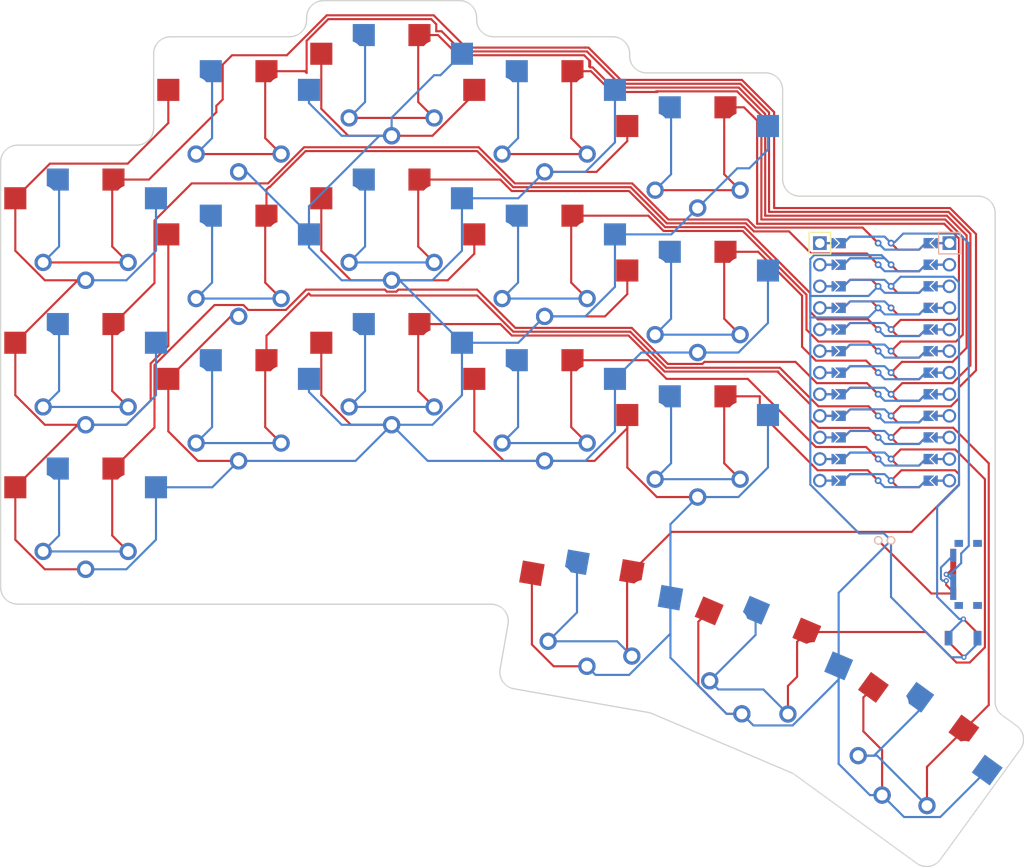
<source format=kicad_pcb>
(kicad_pcb (version 20211014) (generator pcbnew)
  (title_block (title "main") (rev "v1.0.0") (company "Unknown"))
  (layers (0 "F.Cu" signal) (31 "B.Cu" signal) (34 "B.Paste" user) (35 "F.Paste" user) (36 "B.SilkS" user "B.Silkscreen") (37 "F.SilkS" user "F.Silkscreen") (38 "B.Mask" user) (39 "F.Mask" user) (44 "Edge.Cuts" user))
  (net 0 "")
  (net 1 "P5")
  (net 2 "GND")
  (net 3 "P1")
  (net 4 "P15")
  (net 5 "P6")
  (net 6 "P0")
  (net 7 "P18")
  (net 8 "P7")
  (net 9 "P2")
  (net 10 "P19")
  (net 11 "P8")
  (net 12 "P3")
  (net 13 "P20")
  (net 14 "P9")
  (net 15 "P4")
  (net 16 "P21")
  (net 17 "P10")
  (net 18 "P16")
  (net 19 "P14")
  (net 20 "RAW")
  (net 21 "RST")
  (net 22 "VCC")
  (net 23 "pos")
  (footprint "lib:bat" (layer "F.Cu") (at 112 2.5 90)
    (fp_text reference "")
    (fp_text value "")
  )
  (footprint "PG1350" (layer "F.Cu") (at 115.171632 27.691963 -36)
    (fp_text reference "S36" hide)
    (fp_text value "" hide)
  )
  (footprint "VIA-0.6mm" (layer "F.Cu") (at 119.25 6.5)
    (fp_text reference "REF**" hide)
    (fp_text value "VIA-0.6mm" hide)
  )
  (footprint "PG1350" (layer "F.Cu") (at 36 -12.75 180)
    (fp_text reference "S7" hide)
    (fp_text value "" hide)
  )
  (footprint "PG1350" (layer "F.Cu") (at 90 -42.5)
    (fp_text reference "S30" hide)
    (fp_text value "" hide)
  )
  (footprint "PG1350" (layer "F.Cu") (at 18 -34)
    (fp_text reference "S6" hide)
    (fp_text value "" hide)
  )
  (footprint "PG1350" (layer "F.Cu") (at 18 -34 180)
    (fp_text reference "S5" hide)
    (fp_text value "" hide)
  )
  (footprint "PG1350" (layer "F.Cu") (at 18 0 180)
    (fp_text reference "S1" hide)
    (fp_text value "" hide)
  )
  (footprint "PG1350" (layer "F.Cu") (at 115.171632 27.691963 144)
    (fp_text reference "S35" hide)
    (fp_text value "" hide)
  )
  (footprint "PG1350" (layer "F.Cu") (at 54 -17)
    (fp_text reference "S14" hide)
    (fp_text value "" hide)
  )
  (footprint "PG1350" (layer "F.Cu") (at 54 -34)
    (fp_text reference "S16" hide)
    (fp_text value "" hide)
  )
  (footprint "PG1350" (layer "F.Cu") (at 36 -46.75)
    (fp_text reference "S12" hide)
    (fp_text value "" hide)
  )
  (footprint "PG1350" (layer "F.Cu") (at 18 -17 180)
    (fp_text reference "S3" hide)
    (fp_text value "" hide)
  )
  (footprint "PG1350" (layer "F.Cu") (at 72 -12.75)
    (fp_text reference "S20" hide)
    (fp_text value "" hide)
  )
  (footprint "PG1350" (layer "F.Cu") (at 78 11.5 170)
    (fp_text reference "S31" hide)
    (fp_text value "" hide)
  )
  (footprint "PG1350" (layer "F.Cu") (at 36 -12.75)
    (fp_text reference "S8" hide)
    (fp_text value "" hide)
  )
  (footprint "PG1350" (layer "F.Cu") (at 97.508237 17.478395 -23)
    (fp_text reference "S34" hide)
    (fp_text value "" hide)
  )
  (footprint "Button_Switch_SMD:SW_SPDT_PCM12" (layer "F.Cu") (at 121.5 6.5 90)
    (fp_text reference "")
    (fp_text value "")
  )
  (footprint "PG1350" (layer "F.Cu") (at 18 -17)
    (fp_text reference "S4" hide)
    (fp_text value "" hide)
  )
  (footprint "PG1350" (layer "F.Cu") (at 90 -42.5 180)
    (fp_text reference "S29" hide)
    (fp_text value "" hide)
  )
  (footprint "PG1350" (layer "F.Cu") (at 78 11.5 -10)
    (fp_text reference "S32" hide)
    (fp_text value "" hide)
  )
  (footprint "PG1350" (layer "F.Cu") (at 72 -29.75)
    (fp_text reference "S22" hide)
    (fp_text value "" hide)
  )
  (footprint "PG1350" (layer "F.Cu") (at 72 -46.75 180)
    (fp_text reference "S23" hide)
    (fp_text value "" hide)
  )
  (footprint "PG1350" (layer "F.Cu") (at 90 -8.5 180)
    (fp_text reference "S25" hide)
    (fp_text value "" hide)
  )
  (footprint "PG1350" (layer "F.Cu") (at 72 -46.75)
    (fp_text reference "S24" hide)
    (fp_text value "" hide)
  )
  (footprint "Button_Switch_SMD:SW_SPST_B3U-1000P" (layer "F.Cu") (at 121.229022 14)
    (fp_text reference "")
    (fp_text value "")
  )
  (footprint "PG1350" (layer "F.Cu") (at 36 -29.75)
    (fp_text reference "S10" hide)
    (fp_text value "" hide)
  )
  (footprint "VIA-0.6mm" (layer "F.Cu") (at 121.329022 16.25)
    (fp_text reference "REF**" hide)
    (fp_text value "VIA-0.6mm" hide)
  )
  (footprint "PG1350" (layer "F.Cu") (at 90 -25.5 180)
    (fp_text reference "S27" hide)
    (fp_text value "" hide)
  )
  (footprint "PG1350" (layer "F.Cu") (at 97.508237 17.478395 157)
    (fp_text reference "S33" hide)
    (fp_text value "" hide)
  )
  (footprint "PG1350" (layer "F.Cu") (at 54 -34 180)
    (fp_text reference "S15" hide)
    (fp_text value "" hide)
  )
  (footprint "PG1350" (layer "F.Cu") (at 90 -25.5)
    (fp_text reference "S28" hide)
    (fp_text value "" hide)
  )
  (footprint "PG1350" (layer "F.Cu") (at 36 -29.75 180)
    (fp_text reference "S9" hide)
    (fp_text value "" hide)
  )
  (footprint "ProMicro" (layer "F.Cu") (at 112 -18.5 -90)
    (fp_text reference "MCU1" hide)
    (fp_text value "")
  )
  (footprint "PG1350" (layer "F.Cu") (at 36 -46.75 180)
    (fp_text reference "S11" hide)
    (fp_text value "" hide)
  )
  (footprint "VIA-0.6mm" (layer "F.Cu") (at 119.25 7.25)
    (fp_text reference "REF**" hide)
    (fp_text value "VIA-0.6mm" hide)
  )
  (footprint "PG1350" (layer "F.Cu") (at 90 -8.5)
    (fp_text reference "S26" hide)
    (fp_text value "" hide)
  )
  (footprint "PG1350" (layer "F.Cu") (at 54 -51 180)
    (fp_text reference "S17" hide)
    (fp_text value "" hide)
  )
  (footprint "PG1350" (layer "F.Cu") (at 54 -51)
    (fp_text reference "S18" hide)
    (fp_text value "" hide)
  )
  (footprint "VIA-0.6mm" (layer "F.Cu") (at 121.270978 11.75)
    (fp_text reference "REF**" hide)
    (fp_text value "VIA-0.6mm" hide)
  )
  (footprint "PG1350" (layer "F.Cu") (at 72 -29.75 180)
    (fp_text reference "S21" hide)
    (fp_text value "" hide)
  )
  (footprint "PG1350" (layer "F.Cu") (at 54 -17 180)
    (fp_text reference "S13" hide)
    (fp_text value "" hide)
  )
  (footprint "PG1350" (layer "F.Cu") (at 72 -12.75 180)
    (fp_text reference "S19" hide)
    (fp_text value "" hide)
  )
  (footprint "PG1350" (layer "F.Cu") (at 18 0)
    (fp_text reference "S2" hide)
    (fp_text value "" hide)
  )
  (gr_line (start 8 8) (end 8 -42) (layer "Edge.Cuts") (width 0.15))
  (gr_line (start 125.82443 23.070993) (end 127.52162 24.304075) (layer "Edge.Cuts") (width 0.15))
  (gr_line (start 84.629407 22.87526) (end 101.014748 29.830424) (layer "Edge.Cuts") (width 0.15))
  (gr_arc (start 8 -42) (mid 8.585786 -43.414214) (end 10 -44) (layer "Edge.Cuts") (width 0.15))
  (gr_line (start 44 -58.75) (end 44 -59) (layer "Edge.Cuts") (width 0.15))
  (gr_arc (start 62 -61) (mid 63.414214 -60.414214) (end 64 -59) (layer "Edge.Cuts") (width 0.15))
  (gr_line (start 18 10.01) (end 65.724954 10.01) (layer "Edge.Cuts") (width 0.15))
  (gr_line (start 64 -59) (end 64 -58.75) (layer "Edge.Cuts") (width 0.15))
  (gr_line (start 82 -54.75) (end 82 -54.5) (layer "Edge.Cuts") (width 0.15))
  (gr_line (start 66 -56.75) (end 80 -56.75) (layer "Edge.Cuts") (width 0.15))
  (gr_line (start 101.408856 30.0534) (end 115.765915 40.484414) (layer "Edge.Cuts") (width 0.15))
  (gr_line (start 26 -46) (end 26 -54.75) (layer "Edge.Cuts") (width 0.15))
  (gr_arc (start 65.724954 10.010001) (mid 67.257042 10.724425) (end 67.694569 12.357296) (layer "Edge.Cuts") (width 0.15))
  (gr_line (start 118.55952 40.041951) (end 127.964084 27.097679) (layer "Edge.Cuts") (width 0.15))
  (gr_arc (start 127.52162 24.304075) (mid 128.321426 25.60924) (end 127.964084 27.097679) (layer "Edge.Cuts") (width 0.15))
  (gr_line (start 28 -56.75) (end 42 -56.75) (layer "Edge.Cuts") (width 0.15))
  (gr_arc (start 118.55952 40.041951) (mid 117.254355 40.841757) (end 115.765915 40.484414) (layer "Edge.Cuts") (width 0.15))
  (gr_arc (start 80 -56.75) (mid 81.414214 -56.164214) (end 82 -54.75) (layer "Edge.Cuts") (width 0.15))
  (gr_arc (start 26 -46) (mid 25.414214 -44.585786) (end 24 -44) (layer "Edge.Cuts") (width 0.15))
  (gr_arc (start 123 -38) (mid 124.414214 -37.414214) (end 125 -36) (layer "Edge.Cuts") (width 0.15))
  (gr_line (start 100 -40) (end 100 -50.5) (layer "Edge.Cuts") (width 0.15))
  (gr_arc (start 98 -52.5) (mid 99.414214 -51.914214) (end 100 -50.5) (layer "Edge.Cuts") (width 0.15))
  (gr_arc (start 125.82443 23.070993) (mid 125.217987 22.36094) (end 125 21.452959) (layer "Edge.Cuts") (width 0.15))
  (gr_line (start 18 10) (end 18 10.01) (layer "Edge.Cuts") (width 0.15))
  (gr_arc (start 66 -56.75) (mid 64.585786 -57.335786) (end 64 -58.75) (layer "Edge.Cuts") (width 0.15))
  (gr_line (start 84 -52.5) (end 98 -52.5) (layer "Edge.Cuts") (width 0.15))
  (gr_arc (start 101.014748 29.830424) (mid 101.218133 29.930722) (end 101.408856 30.0534) (layer "Edge.Cuts") (width 0.15))
  (gr_arc (start 84.195241 22.746654) (mid 84.415975 22.79863) (end 84.629407 22.87526) (layer "Edge.Cuts") (width 0.15))
  (gr_line (start 66.762737 17.64198) (end 67.694569 12.357296) (layer "Edge.Cuts") (width 0.15))
  (gr_arc (start 102 -38) (mid 100.585786 -38.585786) (end 100 -40) (layer "Edge.Cuts") (width 0.15))
  (gr_line (start 123 -38) (end 102 -38) (layer "Edge.Cuts") (width 0.15))
  (gr_arc (start 10 10) (mid 8.585786 9.414214) (end 8 8) (layer "Edge.Cuts") (width 0.15))
  (gr_arc (start 44 -59) (mid 44.585786 -60.414214) (end 46 -61) (layer "Edge.Cuts") (width 0.15))
  (gr_line (start 46 -61) (end 62 -61) (layer "Edge.Cuts") (width 0.15))
  (gr_line (start 68.385056 19.958892) (end 84.195241 22.746654) (layer "Edge.Cuts") (width 0.15))
  (gr_line (start 10 -44) (end 24 -44) (layer "Edge.Cuts") (width 0.15))
  (gr_line (start 18 10) (end 10 10) (layer "Edge.Cuts") (width 0.15))
  (gr_arc (start 26 -54.75) (mid 26.585786 -56.164214) (end 28 -56.75) (layer "Edge.Cuts") (width 0.15))
  (gr_arc (start 44 -58.75) (mid 43.414214 -57.335786) (end 42 -56.75) (layer "Edge.Cuts") (width 0.15))
  (gr_line (start 125 21.452959) (end 125 -36) (layer "Edge.Cuts") (width 0.15))
  (gr_arc (start 68.385056 19.958893) (mid 67.094048 19.13643) (end 66.762737 17.64198) (layer "Edge.Cuts") (width 0.15))
  (gr_arc (start 84 -52.5) (mid 82.585786 -53.085786) (end 82 -54.5) (layer "Edge.Cuts") (width 0.15))
  (segment (start 109.928 -16) (end 111.238 -14.69) (width 0.25) (layer "F.Cu") (net 1))
  (segment (start 33.166489 -25.190511) (end 36.555259 -25.190511) (width 0.25) (layer "F.Cu") (net 1))
  (segment (start 90.79577 -18.5) (end 101.5197 -18.5) (width 0.25) (layer "F.Cu") (net 1))
  (segment (start 53.444741 -26.759489) (end 54.555259 -26.759489) (width 0.25) (layer "F.Cu") (net 1))
  (segment (start 53.20423 -27) (end 53.444741 -26.759489) (width 0.25) (layer "F.Cu") (net 1))
  (segment (start 43.94577 -27) (end 53.20423 -27) (width 0.25) (layer "F.Cu") (net 1))
  (segment (start 21.275 -5.95) (end 26.100489 -10.775489) (width 0.25) (layer "F.Cu") (net 1))
  (segment (start 104.0197 -16) (end 109.928 -16) (width 0.25) (layer "F.Cu") (net 1))
  (segment (start 90.555259 -18.259489) (end 90.79577 -18.5) (width 0.25) (layer "F.Cu") (net 1))
  (segment (start 21.125479 -5.800479) (end 21.125479 1.925479) (width 0.25) (layer "F.Cu") (net 1))
  (segment (start 26.100489 -10.775489) (end 26.100489 -18.124511) (width 0.25) (layer "F.Cu") (net 1))
  (segment (start 26.100489 -18.124511) (end 33.166489 -25.190511) (width 0.25) (layer "F.Cu") (net 1))
  (segment (start 54.555259 -26.759489) (end 54.79577 -27) (width 0.25) (layer "F.Cu") (net 1))
  (segment (start 101.5197 -18.5) (end 104.0197 -16) (width 0.25) (layer "F.Cu") (net 1))
  (segment (start 21.125479 1.925479) (end 23 3.8) (width 0.25) (layer "F.Cu") (net 1))
  (segment (start 82.25 -22.5) (end 86.490511 -18.259489) (width 0.25) (layer "F.Cu") (net 1))
  (segment (start 36.555259 -25.190511) (end 37.136281 -24.609489) (width 0.25) (layer "F.Cu") (net 1))
  (segment (start 37.136281 -24.609489) (end 41.555259 -24.609489) (width 0.25) (layer "F.Cu") (net 1))
  (segment (start 64.05423 -27) (end 68.55423 -22.5) (width 0.25) (layer "F.Cu") (net 1))
  (segment (start 41.555259 -24.609489) (end 43.94577 -27) (width 0.25) (layer "F.Cu") (net 1))
  (segment (start 21.275 -5.95) (end 21.125479 -5.800479) (width 0.25) (layer "F.Cu") (net 1))
  (segment (start 86.490511 -18.259489) (end 90.555259 -18.259489) (width 0.25) (layer "F.Cu") (net 1))
  (segment (start 68.55423 -22.5) (end 82.25 -22.5) (width 0.25) (layer "F.Cu") (net 1))
  (segment (start 54.79577 -27) (end 64.05423 -27) (width 0.25) (layer "F.Cu") (net 1))
  (segment (start 14.874521 -5.800479) (end 14.874521 1.925479) (width 0.25) (layer "B.Cu") (net 1))
  (segment (start 14.725 -5.95) (end 14.874521 -5.800479) (width 0.25) (layer "B.Cu") (net 1))
  (segment (start 14.874521 1.925479) (end 13 3.8) (width 0.25) (layer "B.Cu") (net 1))
  (segment (start 23 3.8) (end 13 3.8) (width 0.25) (layer "B.Cu") (net 1))
  (segment (start 49.20423 -28.1) (end 54 -28.1) (width 0.25) (layer "F.Cu") (net 2))
  (segment (start 81.725 -46.25) (end 81.725 -44.475) (width 0.25) (layer "F.Cu") (net 2))
  (segment (start 9.725 -37.75) (end 9.725 -31.57923) (width 0.25) (layer "F.Cu") (net 2))
  (segment (start 9.725 2.42077) (end 13.20423 5.9) (width 0.25) (layer "F.Cu") (net 2))
  (segment (start 63.725 -10.32923) (end 67.20423 -6.85) (width 0.25) (layer "F.Cu") (net 2))
  (segment (start 70.501897 14.751897) (end 73.060366 17.310366) (width 0.25) (layer "F.Cu") (net 2))
  (segment (start 31.20423 -6.85) (end 36 -6.85) (width 0.25) (layer "F.Cu") (net 2))
  (segment (start 81.725 -29.25) (end 81.725 -26.475) (width 0.25) (layer "F.Cu") (net 2))
  (segment (start 81.725 -6.07923) (end 85.20423 -2.6) (width 0.25) (layer "F.Cu") (net 2))
  (segment (start 63.725 -50.02923) (end 63.725 -50.5) (width 0.25) (layer "F.Cu") (net 2))
  (segment (start 22.946535 -41.824521) (end 13.799521 -41.824521) (width 0.25) (layer "F.Cu") (net 2))
  (segment (start 73.060366 17.310366) (end 76.975476 17.310366) (width 0.25) (layer "F.Cu") (net 2))
  (segment (start 45.725 -54.75) (end 45.725 -48.275) (width 0.25) (layer "F.Cu") (net 2))
  (segment (start 81.725 -26.475) (end 79.1 -23.85) (width 0.25) (layer "F.Cu") (net 2))
  (segment (start 81.725 -44.475) (end 78.1 -40.85) (width 0.25) (layer "F.Cu") (net 2))
  (segment (start 18 -11.1) (end 17.075 -11.1) (width 0.25) (layer "F.Cu") (net 2))
  (segment (start 91.356301 10.793202) (end 90.080423 12.06908) (width 0.25) (layer "F.Cu") (net 2))
  (segment (start 27.725 -20.38474) (end 25.650969 -18.310709) (width 0.25) (layer "F.Cu") (net 2))
  (segment (start 70.501897 6.370032) (end 70.501897 14.751897) (width 0.25) (layer "F.Cu") (net 2))
  (segment (start 45.725 -37.75) (end 45.725 -31.57923) (width 0.25) (layer "F.Cu") (net 2))
  (segment (start 81.725 -12.25) (end 81.725 -6.07923) (width 0.25) (layer "F.Cu") (net 2))
  (segment (start 119.529022 14.45) (end 121.329022 16.25) (width 0.25) (layer "F.Cu") (net 2))
  (segment (start 9.725 -14.57923) (end 13.20423 -11.1) (width 0.25) (layer "F.Cu") (net 2))
  (segment (start 90.080423 12.06908) (end 90.080423 19.577917) (width 0.25) (layer "F.Cu") (net 2))
  (segment (start 45.725 -31.57923) (end 49.20423 -28.1) (width 0.25) (layer "F.Cu") (net 2))
  (segment (start 58.79577 -45.1) (end 63.725 -50.02923) (width 0.25) (layer "F.Cu") (net 2))
  (segment (start 17.075 -11.1) (end 9.725 -3.75) (width 0.25) (layer "F.Cu") (net 2))
  (segment (start 63.725 -16.5) (end 63.725 -10.32923) (width 0.25) (layer "F.Cu") (net 2))
  (segment (start 13.799521 -41.824521) (end 9.725 -37.75) (width 0.25) (layer "F.Cu") (net 2))
  (segment (start 111.703699 27.173812) (end 111.703699 32.465163) (width 0.25) (layer "F.Cu") (net 2))
  (segment (start 67.20423 -6.85) (end 72 -6.85) (width 0.25) (layer "F.Cu") (net 2))
  (segment (start 9.725 -20.75) (end 9.725 -14.57923) (width 0.25) (layer "F.Cu") (net 2))
  (segment (start 90.080423 19.577917) (end 93.41188 22.909374) (width 0.25) (layer "F.Cu") (net 2))
  (segment (start 77.875 -6.85) (end 72 -6.85) (width 0.25) (layer "F.Cu") (net 2))
  (segment (start 54 -45.1) (end 58.79577 -45.1) (width 0.25) (layer "F.Cu") (net 2))
  (segment (start 27.725 -16.5) (end 35.075 -23.85) (width 0.25) (layer "F.Cu") (net 2))
  (segment (start 9.725 -31.57923) (end 13.20423 -28.1) (width 0.25) (layer "F.Cu") (net 2))
  (segment (start 49.20423 -11.1) (end 54 -11.1) (width 0.25) (layer "F.Cu") (net 2))
  (segment (start 13.20423 -11.1) (end 18 -11.1) (width 0.25) (layer "F.Cu") (net 2))
  (segment (start 35.075 -23.85) (end 36 -23.85) (width 0.25) (layer "F.Cu") (net 2))
  (segment (start 17.075 -28.1) (end 18 -28.1) (width 0.25) (layer "F.Cu") (net 2))
  (segment (start 45.725 -20.75) (end 45.725 -14.57923) (width 0.25) (layer "F.Cu") (net 2))
  (segment (start 81.725 -12.25) (end 81.725 -10.7) (width 0.25) (layer "F.Cu") (net 2))
  (segment (start 93.41188 22.909374) (end 95.202923 22.909374) (width 0.25) (layer "F.Cu") (net 2))
  (segment (start 27.725 -46.602986) (end 22.946535 -41.824521) (width 0.25) (layer "F.Cu") (net 2))
  (segment (start 60.6 -28.1) (end 54 -28.1) (width 0.25) (layer "F.Cu") (net 2))
  (segment (start 85.20423 -2.6) (end 90 -2.6) (width 0.25) (layer "F.Cu") (net 2))
  (segment (start 27.725 -10.32923) (end 31.20423 -6.85) (width 0.25) (layer "F.Cu") (net 2))
  (segment (start 78.1 -40.85) (end 72 -40.85) (width 0.25) (layer "F.Cu") (net 2))
  (segment (start 109.496618 24.966731) (end 111.703699 27.173812) (width 0.25) (layer "F.Cu") (net 2))
  (segment (start 109.496618 20.978819) (end 109.496618 24.966731) (width 0.25) (layer "F.Cu") (net 2))
  (segment (start 27.725 -33.5) (end 27.725 -20.38474) (width 0.25) (layer "F.Cu") (net 2))
  (segment (start 45.725 -14.57923) (end 49.20423 -11.1) (width 0.25) (layer "F.Cu") (net 2))
  (segment (start 27.725 -50.5) (end 27.725 -46.602986) (width 0.25) (layer "F.Cu") (net 2))
  (segment (start 63.725 -33.5) (end 63.725 -31.225) (width 0.25) (layer "F.Cu") (net 2))
  (segment (start 9.725 -20.75) (end 17.075 -28.1) (width 0.25) (layer "F.Cu") (net 2))
  (segment (start 25.650969 -13.955199) (end 22.79577 -11.1) (width 0.25) (layer "F.Cu") (net 2))
  (segment (start 27.725 -16.5) (end 27.725 -10.32923) (width 0.25) (layer "F.Cu") (net 2))
  (segment (start 79.1 -23.85) (end 72 -23.85) (width 0.25) (layer "F.Cu") (net 2))
  (segment (start 81.725 -10.7) (end 77.875 -6.85) (width 0.25) (layer "F.Cu") (net 2))
  (segment (start 110.681211 19.794226) (end 109.496618 20.978819) (width 0.25) (layer "F.Cu") (net 2))
  (segment (start 63.725 -31.225) (end 60.6 -28.1) (width 0.25) (layer "F.Cu") (net 2))
  (segment (start 22.79577 -11.1) (end 18 -11.1) (width 0.25) (layer "F.Cu") (net 2))
  (segment (start 9.725 -3.75) (end 9.725 2.42077) (width 0.25) (layer "F.Cu") (net 2))
  (segment (start 25.650969 -18.310709) (end 25.650969 -13.955199) (width 0.25) (layer "F.Cu") (net 2))
  (segment (start 48.9 -45.1) (end 54 -45.1) (width 0.25) (layer "F.Cu") (net 2))
  (segment (start 45.725 -48.275) (end 48.9 -45.1) (width 0.25) (layer "F.Cu") (net 2))
  (segment (start 13.20423 5.9) (end 18 5.9) (width 0.25) (layer "F.Cu") (net 2))
  (segment (start 13.20423 -28.1) (end 18 -28.1) (width 0.25) (layer "F.Cu") (net 2))
  (segment (start 119.529022 14) (end 119.529022 14.45) (width 0.25) (layer "F.Cu") (net 2))
  (segment (start 26.275 -37.75) (end 26.275 -31.57923) (width 0.25) (layer "B.Cu") (net 2))
  (segment (start 101.181242 24.27048) (end 96.564029 24.27048) (width 0.25) (layer "B.Cu") (net 2))
  (segment (start 22.79577 -11.1) (end 26.275 -14.57923) (width 0.25) (layer "B.Cu") (net 2))
  (segment (start 94.674579 -41.274579) (end 96.075059 -41.274579) (width 0.25) (layer "B.Cu") (net 2))
  (segment (start 122.929022 14) (end 122.929022 14.65) (width 0.25) (layer "B.Cu") (net 2))
  (segment (start 118.546849 35.045665) (end 114.284201 35.045665) (width 0.25) (layer "B.Cu") (net 2))
  (segment (start 103.255489 -26.255489) (end 110.103489 -26.255489) (width 0.25) (layer "B.Cu") (net 2))
  (segment (start 44.275 -33.5) (end 44.275 -36.81184) (width 0.25) (layer "B.Cu") (net 2))
  (segment (start 108.995189 1.675489) (end 103.255489 -4.064211) (width 0.25) (layer "B.Cu") (net 2))
  (segment (start 83.375 -19.6) (end 80.275 -16.5) (width 0.25) (layer "B.Cu") (net 2))
  (segment (start 52.56316 -45.1) (end 54 -45.1) (width 0.25) (layer "B.Cu") (net 2))
  (segment (start 44.275 -50.5) (end 44.275 -48.95) (width 0.25) (layer "B.Cu") (net 2))
  (segment (start 80.275 -10.32923) (end 76.79577 -6.85) (width 0.25) (layer "B.Cu") (net 2))
  (segment (start 58.25 -6.85) (end 72 -6.85) (width 0.25) (layer "B.Cu") (net 2))
  (segment (start 86.800465 9.24391) (end 86.800465 0.599535) (width 0.25) (layer "B.Cu") (net 2))
  (segment (start 111.637489 -31.054511) (end 112.762 -29.93) (width 0.25) (layer "B.Cu") (net 2))
  (segment (start 98.275 -43.47452) (end 98.275 -46.25) (width 0.25) (layer "B.Cu") (net 2))
  (segment (start 62.275 -20.75) (end 68.9 -20.75) (width 0.25) (layer "B.Cu") (net 2))
  (segment (start 111.925489 1.675489) (end 108.995189 1.675489) (width 0.25) (layer "B.Cu") (net 2))
  (segment (start 49.75 -6.85) (end 54 -11.1) (width 0.25) (layer "B.Cu") (net 2))
  (segment (start 76.79577 -23.85) (end 80.275 -27.32923) (width 0.25) (layer "B.Cu") (net 2))
  (segment (start 103.255489 -26.255489) (end 103.255489 -30.600978) (width 0.25) (layer "B.Cu") (net 2))
  (segment (start 80.275 -50.5) (end 80.275 -44.32923) (width 0.25) (layer "B.Cu") (net 2))
  (segment (start 58.79577 -11.1) (end 54 -11.1) (width 0.25) (layer "B.Cu") (net 2))
  (segment (start 77.991475 18.326365) (end 76.975476 17.310366) (width 0.25) (layer "B.Cu") (net 2))
  (segment (start 86.800465 9.24391) (end 86.800465 13.469991) (width 0.25) (layer "B.Cu") (net 2))
  (segment (start 44.275 -36.81184) (end 52.56316 -45.1) (width 0.25) (layer "B.Cu") (net 2))
  (segment (start 94.79577 -2.6) (end 90 -2.6) (width 0.25) (layer "B.Cu") (net 2))
  (segment (start 124.070442 29.522072) (end 118.546849 35.045665) (width 0.25) (layer "B.Cu") (net 2))
  (segment (start 44.275 -33.5) (end 36.925 -40.85) (width 0.25) (layer "B.Cu") (net 2))
  (segment (start 98.275 -6.07923) (end 94.79577 -2.6) (width 0.25) (layer "B.Cu") (net 2))
  (segment (start 48.125 -28.1) (end 54 -28.1) (width 0.25) (layer "B.Cu") (net 2))
  (segment (start 98.275 -23.07923) (end 94.79577 -19.6) (width 0.25) (layer "B.Cu") (net 2))
  (segment (start 48.125 -11.1) (end 54 -11.1) (width 0.25) (layer "B.Cu") (net 2))
  (segment (start 48.125 -45.1) (end 54 -45.1) (width 0.25) (layer "B.Cu") (net 2))
  (segment (start 122.929022 14.65) (end 121.329022 16.25) (width 0.25) (layer "B.Cu") (net 2))
  (segment (start 22.79577 -28.1) (end 18 -28.1) (width 0.25) (layer "B.Cu") (net 2))
  (segment (start 58.79577 -28.1) (end 54 -28.1) (width 0.25) (layer "B.Cu") (net 2))
  (segment (start 76.79577 -6.85) (end 72 -6.85) (width 0.25) (layer "B.Cu") (net 2))
  (segment (start 26.275 -14.57923) (end 26.275 -20.75) (width 0.25) (layer "B.Cu") (net 2))
  (segment (start 112.75 9.17) (end 119.83 16.25) (width 0.25) (layer "B.Cu") (net 2))
  (segment (start 106.590656 18.861066) (end 101.181242 24.27048) (width 0.25) (layer "B.Cu") (net 2))
  (segment (start 103.285489 -23.725489) (end 110.113489 -23.725489) (width 0.25) (layer "B.Cu") (net 2))
  (segment (start 62.275 -20.75) (end 62.275 -14.57923) (width 0.25) (layer "B.Cu") (net 2))
  (segment (start 106.590656 17.259802) (end 106.590656 18.861066) (width 0.25) (layer "B.Cu") (net 2))
  (segment (start 86.800465 13.469991) (end 81.944091 18.326365) (width 0.25) (layer "B.Cu") (net 2))
  (segment (start 62.275 -31.57923) (end 58.79577 -28.1) (width 0.25) (layer "B.Cu") (net 2))
  (segment (start 110.103489 -26.255489) (end 111.238 -27.39) (width 0.25) (layer "B.Cu") (net 2))
  (segment (start 76.79577 -40.85) (end 72 -40.85) (width 0.25) (layer "B.Cu") (net 2))
  (segment (start 81.944091 18.326365) (end 77.991475 18.326365) (width 0.25) (layer "B.Cu") (net 2))
  (segment (start 103.255489 -23.755489) (end 103.285489 -23.725489) (width 0.25) (layer "B.Cu") (net 2))
  (segment (start 62.275 -37.75) (end 68.9 -37.75) (width 0.25) (layer "B.Cu") (net 2))
  (segment (start 106.590656 17.259802) (end 106.590656 28.78896) (width 0.25) (layer "B.Cu") (net 2))
  (segment (start 62.275 -54.75) (end 59.750421 -52.225421) (width 0.25) (layer "B.Cu") (net 2))
  (segment (start 18 -11.1) (end 22.79577 -11.1) (width 0.25) (layer "B.Cu") (net 2))
  (segment (start 68.9 -20.75) (end 72 -23.85) (width 0.25) (layer "B.Cu") (net 2))
  (segment (start 62.275 -37.75) (end 62.275 -31.57923) (width 0.25) (layer "B.Cu") (net 2))
  (segment (start 26.275 -31.57923) (end 22.79577 -28.1) (width 0.25) (layer "B.Cu") (net 2))
  (segment (start 103.255489 -4.064211) (end 103.255489 -23.755489) (width 0.25) (layer "B.Cu") (net 2))
  (segment (start 106.590656 28.78896) (end 110.266859 32.465163) (width 0.25) (layer "B.Cu") (net 2))
  (segment (start 94.79577 -19.6) (end 90 -19.6) (width 0.25) (layer "B.Cu") (net 2))
  (segment (start 112.75 2.5) (end 111.925489 1.675489) (width 0.25) (layer "B.Cu") (net 2))
  (segment (start 96.075059 -41.274579) (end 98.275 -43.47452) (width 0.25) (layer "B.Cu") (net 2))
  (segment (start 98.275 -29.25) (end 98.275 -23.07923) (width 0.25) (layer "B.Cu") (net 2))
  (segment (start 54 -11.1) (end 58.25 -6.85) (width 0.25) (layer "B.Cu") (net 2))
  (segment (start 103.255489 -23.755489) (end 103.255489 -26.255489) (width 0.25) (layer "B.Cu") (net 2))
  (segment (start 36.925 -40.85) (end 36 -40.85) (width 0.25) (layer "B.Cu") (net 2))
  (segment (start 86.800465 16.297959) (end 93.41188 22.909374) (width 0.25) (layer "B.Cu") (net 2))
  (segment (start 44.275 -16.5) (end 44.275 -14.95) (width 0.25) (layer "B.Cu") (net 2))
  (segment (start 54 -47.233008) (end 54 -45.1) (width 0.25) (layer "B.Cu") (net 2))
  (segment (start 80.275 -27.32923) (end 80.275 -33.5) (width 0.25) (layer "B.Cu") (net 2))
  (segment (start 32.9 -3.75) (end 36 -6.85) (width 0.25) (layer "B.Cu") (net 2))
  (segment (start 119.83 16.25) (end 121.329022 16.25) (width 0.25) (layer "B.Cu") (net 2))
  (segment (start 26.275 -3.75) (end 26.275 2.42077) (width 0.25) (layer "B.Cu") (net 2))
  (segment (start 44.275 -31.95) (end 48.125 -28.1) (width 0.25) (layer "B.Cu") (net 2))
  (segment (start 59.750421 -52.225421) (end 58.992413 -52.225421) (width 0.25) (layer "B.Cu") (net 2))
  (segment (start 103.709022 -31.054511) (end 111.637489 -31.054511) (width 0.25) (layer "B.Cu") (net 2))
  (segment (start 62.275 -20.75) (end 54.925 -28.1) (width 0.25) (layer "B.Cu") (net 2))
  (segment (start 112.75 2.5) (end 112.75 9.17) (width 0.25) (layer "B.Cu") (net 2))
  (segment (start 86.800465 0.599535) (end 90 -2.6) (width 0.25) (layer "B.Cu") (net 2))
  (segment (start 44.275 -33.5) (end 44.275 -31.95) (width 0.25) (layer "B.Cu") (net 2))
  (segment (start 80.275 -16.5) (end 80.275 -10.32923) (width 0.25) (layer "B.Cu") (net 2))
  (segment (start 110.266859 32.465163) (end 111.703699 32.465163) (width 0.25) (layer "B.Cu") (net 2))
  (segment (start 114.284201 35.045665) (end 111.703699 32.465163) (width 0.25) (layer "B.Cu") (net 2))
  (segment (start 106.590656 8.659344) (end 112.75 2.5) (width 0.25) (layer "B.Cu") (net 2))
  (segment (start 106.590656 17.259802) (end 106.590656 8.659344) (width 0.25) (layer "B.Cu") (net 2))
  (segment (start 68.9 -37.75) (end 72 -40.85) (width 0.25) (layer "B.Cu") (net 2))
  (segment (start 26.275 2.42077) (end 22.79577 5.9) (width 0.25) (layer "B.Cu") (net 2))
  (segment (start 122.75 14) (end 122.929022 14) (width 0.25) (layer "B.Cu") (net 2))
  (segment (start 90 -36.6) (end 94.674579 -41.274579) (width 0.25) (layer "B.Cu") (net 2))
  (segment (start 98.275 -12.25) (end 98.275 -6.07923) (width 0.25) (layer "B.Cu") (net 2))
  (segment (start 86.800465 9.24391) (end 86.800465 16.297959) (width 0.25) (layer "B.Cu") (net 2))
  (segment (start 80.275 -33.5) (end 86.9 -33.5) (width 0.25) (layer "B.Cu") (net 2))
  (segment (start 58.992413 -52.225421) (end 54 -47.233008) (width 0.25) (layer "B.Cu") (net 2))
  (segment (start 62.275 -14.57923) (end 58.79577 -11.1) (width 0.25) (layer "B.Cu") (net 2))
  (segment (start 96.564029 24.27048) (end 95.202923 22.909374) (width 0.25) (layer "B.Cu") (net 2))
  (segment (start 36 -6.85) (end 49.75 -6.85) (width 0.25) (layer "B.Cu") (net 2))
  (segment (start 72 -23.85) (end 76.79577 -23.85) (width 0.25) (layer "B.Cu") (net 2))
  (segment (start 110.113489 -23.725489) (end 111.238 -24.85) (width 0.25) (layer "B.Cu") (net 2))
  (segment (start 90 -19.6) (end 83.375 -19.6) (width 0.25) (layer "B.Cu") (net 2))
  (segment (start 86.9 -33.5) (end 90 -36.6) (width 0.25) (layer "B.Cu") (net 2))
  (segment (start 93.41188 22.909374) (end 95.202923 22.909374) (width 0.25) (layer "B.Cu") (net 2))
  (segment (start 22.79577 5.9) (end 18 5.9) (width 0.25) (layer "B.Cu") (net 2))
  (segment (start 80.275 -44.32923) (end 76.79577 -40.85) (width 0.25) (layer "B.Cu") (net 2))
  (segment (start 54.925 -28.1) (end 54 -28.1) (width 0.25) (layer "B.Cu") (net 2))
  (segment (start 103.255489 -30.600978) (end 103.709022 -31.054511) (width 0.25) (layer "B.Cu") (net 2))
  (segment (start 44.275 -14.95) (end 48.125 -11.1) (width 0.25) (layer "B.Cu") (net 2))
  (segment (start 26.275 -3.75) (end 32.9 -3.75) (width 0.25) (layer "B.Cu") (net 2))
  (segment (start 44.275 -48.95) (end 48.125 -45.1) (width 0.25) (layer "B.Cu") (net 2))
  (segment (start 64.25 -43.75) (end 68.5 -39.5) (width 0.25) (layer "F.Cu") (net 3))
  (segment (start 30.475978 -39.5) (end 39.44577 -39.5) (width 0.25) (layer "F.Cu") (net 3))
  (segment (start 21.275 -22.95) (end 21.125479 -22.800479) (width 0.25) (layer "F.Cu") (net 3))
  (segment (start 21.125479 -22.800479) (end 21.125479 -15.074521) (width 0.25) (layer "F.Cu") (net 3))
  (segment (start 26.100489 -27.775489) (end 26.100489 -35.124511) (width 0.25) (layer "F.Cu") (net 3))
  (segment (start 26.100489 -35.124511) (end 30.475978 -39.5) (width 0.25) (layer "F.Cu") (net 3))
  (segment (start 21.125479 -15.074521) (end 23 -13.2) (width 0.25) (layer "F.Cu") (net 3))
  (segment (start 39.44577 -39.5) (end 43.69577 -43.75) (width 0.25) (layer "F.Cu") (net 3))
  (segment (start 82.30423 -39.5) (end 86.55423 -35.25) (width 0.25) (layer "F.Cu") (net 3))
  (segment (start 86.55423 -35.25) (end 95.864283 -35.25) (width 0.25) (layer "F.Cu") (net 3))
  (segment (start 96.813803 -34.30048) (end 109.40752 -34.30048) (width 0.25) (layer "F.Cu") (net 3))
  (segment (start 68.5 -39.5) (end 82.30423 -39.5) (width 0.25) (layer "F.Cu") (net 3))
  (segment (start 43.69577 -43.75) (end 64.25 -43.75) (width 0.25) (layer "F.Cu") (net 3))
  (segment (start 109.40752 -34.30048) (end 111.238 -32.47) (width 0.25) (layer "F.Cu") (net 3))
  (segment (start 95.864283 -35.25) (end 96.813803 -34.30048) (width 0.25) (layer "F.Cu") (net 3))
  (segment (start 21.275 -22.95) (end 26.100489 -27.775489) (width 0.25) (layer "F.Cu") (net 3))
  (segment (start 14.874521 -15.074521) (end 13 -13.2) (width 0.25) (layer "B.Cu") (net 3))
  (segment (start 14.874521 -22.800479) (end 14.874521 -15.074521) (width 0.25) (layer "B.Cu") (net 3))
  (segment (start 23 -13.2) (end 13 -13.2) (width 0.25) (layer "B.Cu") (net 3))
  (segment (start 14.725 -22.95) (end 14.874521 -22.800479) (width 0.25) (layer "B.Cu") (net 3))
  (segment (start 119.794811 -13.274511) (end 113.886511 -13.274511) (width 0.25) (layer "F.Cu") (net 4))
  (segment (start 25.45 -39.95) (end 33.375479 -47.875479) (width 0.25) (layer "F.Cu") (net 4))
  (segment (start 99 -47.881174) (end 99 -36.59856) (width 0.25) (layer "F.Cu") (net 4))
  (segment (start 120.744511 -14.224211) (end 119.794811 -13.274511) (width 0.25) (layer "F.Cu") (net 4))
  (segment (start 95.208093 -51.673081) (end 99 -47.881174) (width 0.25) (layer "F.Cu") (net 4))
  (segment (start 21.275 -39.95) (end 25.45 -39.95) (width 0.25) (layer "F.Cu") (net 4))
  (segment (start 122.75 -33.542868) (end 122.75 -17.5) (width 0.25) (layer "F.Cu") (net 4))
  (segment (start 99 -36.59856) (end 119.694308 -36.59856) (width 0.25) (layer "F.Cu") (net 4))
  (segment (start 119.694308 -36.59856) (end 122.75 -33.542868) (width 0.25) (layer "F.Cu") (net 4))
  (segment (start 21.275 -39.95) (end 21.125479 -39.800479) (width 0.25) (layer "F.Cu") (net 4))
  (segment (start 113.886511 -13.274511) (end 112.762 -12.15) (width 0.25) (layer "F.Cu") (net 4))
  (segment (start 76.75 -55.473561) (end 76.75 -55.5) (width 0.25) (layer "F.Cu") (net 4))
  (segment (start 120.744511 -15.494511) (end 120.744511 -14.224211) (width 0.25) (layer "F.Cu") (net 4))
  (segment (start 58.94952 -59.274041) (end 62.75 -55.473561) (width 0.25) (layer "F.Cu") (net 4))
  (segment (start 33.375479 -48.625479) (end 34.125479 -49.375479) (width 0.25) (layer "F.Cu") (net 4))
  (segment (start 21.125479 -32.074521) (end 23 -30.2) (width 0.25) (layer "F.Cu") (net 4))
  (segment (start 122.75 -17.5) (end 120.744511 -15.494511) (width 0.25) (layer "F.Cu") (net 4))
  (segment (start 77.162156 -55.473561) (end 80.962636 -51.673081) (width 0.25) (layer "F.Cu") (net 4))
  (segment (start 76.75 -55.473561) (end 77.162156 -55.473561) (width 0.25) (layer "F.Cu") (net 4))
  (segment (start 41.664781 -54.574521) (end 46.364302 -59.274041) (width 0.25) (layer "F.Cu") (net 4))
  (segment (start 62.75 -55.473561) (end 76.75 -55.473561) (width 0.25) (layer "F.Cu") (net 4))
  (segment (start 21.125479 -39.800479) (end 21.125479 -32.074521) (width 0.25) (layer "F.Cu") (net 4))
  (segment (start 34.125479 -53.476453) (end 35.223547 -54.574521) (width 0.25) (layer "F.Cu") (net 4))
  (segment (start 13 -30.2) (end 23 -30.2) (width 0.25) (layer "F.Cu") (net 4))
  (segment (start 46.364302 -59.274041) (end 58.94952 -59.274041) (width 0.25) (layer "F.Cu") (net 4))
  (segment (start 80.962636 -51.673081) (end 95.208093 -51.673081) (width 0.25) (layer "F.Cu") (net 4))
  (segment (start 35.223547 -54.574521) (end 41.664781 -54.574521) (width 0.25) (layer "F.Cu") (net 4))
  (segment (start 34.125479 -49.375479) (end 34.125479 -53.476453) (width 0.25) (layer "F.Cu") (net 4))
  (segment (start 33.375479 -47.875479) (end 33.375479 -48.625479) (width 0.25) (layer "F.Cu") (net 4))
  (segment (start 14.874521 -39.800479) (end 14.874521 -32.074521) (width 0.25) (layer "B.Cu") (net 4))
  (segment (start 14.874521 -32.074521) (end 13 -30.2) (width 0.25) (layer "B.Cu") (net 4))
  (segment (start 14.725 -39.95) (end 14.874521 -39.800479) (width 0.25) (layer "B.Cu") (net 4))
  (segment (start 99.669731 -17.809969) (end 104.205189 -13.274511) (width 0.25) (layer "F.Cu") (net 5))
  (segment (start 104.205189 -13.274511) (end 110.113489 -13.274511) (width 0.25) (layer "F.Cu") (net 5))
  (segment (start 86.304314 -17.809969) (end 99.669731 -17.809969) (width 0.25) (layer "F.Cu") (net 5))
  (segment (start 44.490511 -26.309969) (end 64.059969 -26.309969) (width 0.25) (layer "F.Cu") (net 5))
  (segment (start 110.113489 -13.274511) (end 111.238 -12.15) (width 0.25) (layer "F.Cu") (net 5))
  (segment (start 39.125479 -18.550479) (end 39.125479 -10.824521) (width 0.25) (layer "F.Cu") (net 5))
  (segment (start 39.125479 -10.824521) (end 41 -8.95) (width 0.25) (layer "F.Cu") (net 5))
  (segment (start 64.059969 -26.309969) (end 68.319458 -22.05048) (width 0.25) (layer "F.Cu") (net 5))
  (segment (start 44.25 -26.55048) (end 44.490511 -26.309969) (width 0.25) (layer "F.Cu") (net 5))
  (segment (start 39.275 -18.7) (end 39.275 -21.57548) (width 0.25) (layer "F.Cu") (net 5))
  (segment (start 39.275 -21.57548) (end 44.25 -26.55048) (width 0.25) (layer "F.Cu") (net 5))
  (segment (start 82.063802 -22.05048) (end 86.304314 -17.809969) (width 0.25) (layer "F.Cu") (net 5))
  (segment (start 68.319458 -22.05048) (end 82.063802 -22.05048) (width 0.25) (layer "F.Cu") (net 5))
  (segment (start 39.275 -18.7) (end 39.125479 -18.550479) (width 0.25) (layer "F.Cu") (net 5))
  (segment (start 32.874521 -18.550479) (end 32.874521 -10.824521) (width 0.25) (layer "B.Cu") (net 5))
  (segment (start 32.874521 -10.824521) (end 31 -8.95) (width 0.25) (layer "B.Cu") (net 5))
  (segment (start 32.725 -18.7) (end 32.874521 -18.550479) (width 0.25) (layer "B.Cu") (net 5))
  (segment (start 41 -8.95) (end 31 -8.95) (width 0.25) (layer "B.Cu") (net 5))
  (segment (start 86.368033 -34.80048) (end 95.678085 -34.80048) (width 0.25) (layer "F.Cu") (net 6))
  (segment (start 82.118033 -39.05048) (end 86.368033 -34.80048) (width 0.25) (layer "F.Cu") (net 6))
  (segment (start 95.678085 -34.80048) (end 96.627606 -33.85096) (width 0.25) (layer "F.Cu") (net 6))
  (segment (start 39.55048 -39.05048) (end 39.631968 -39.05048) (width 0.25) (layer "F.Cu") (net 6))
  (segment (start 68.313803 -39.05048) (end 82.118033 -39.05048) (width 0.25) (layer "F.Cu") (net 6))
  (segment (start 39.275 -35.7) (end 39.275 -38.775) (width 0.25) (layer "F.Cu") (net 6))
  (segment (start 39.125479 -27.824521) (end 41 -25.95) (width 0.25) (layer "F.Cu") (net 6))
  (segment (start 64.063802 -43.30048) (end 68.313803 -39.05048) (width 0.25) (layer "F.Cu") (net 6))
  (segment (start 109.918 -31.25) (end 111.238 -29.93) (width 0.25) (layer "F.Cu") (net 6))
  (segment (start 43.881968 -43.30048) (end 64.063802 -43.30048) (width 0.25) (layer "F.Cu") (net 6))
  (segment (start 96.627606 -33.85096) (end 100.750018 -33.85096) (width 0.25) (layer "F.Cu") (net 6))
  (segment (start 39.631968 -39.05048) (end 43.881968 -43.30048) (width 0.25) (layer "F.Cu") (net 6))
  (segment (start 103.350978 -31.25) (end 109.918 -31.25) (width 0.25) (layer "F.Cu") (net 6))
  (segment (start 39.275 -35.7) (end 39.125479 -35.550479) (width 0.25) (layer "F.Cu") (net 6))
  (segment (start 39.275 -38.775) (end 39.55048 -39.05048) (width 0.25) (layer "F.Cu") (net 6))
  (segment (start 39.125479 -35.550479) (end 39.125479 -27.824521) (width 0.25) (layer "F.Cu") (net 6))
  (segment (start 100.750018 -33.85096) (end 103.350978 -31.25) (width 0.25) (layer "F.Cu") (net 6))
  (segment (start 32.874521 -35.550479) (end 32.874521 -27.824521) (width 0.25) (layer "B.Cu") (net 6))
  (segment (start 32.725 -35.7) (end 32.874521 -35.550479) (width 0.25) (layer "B.Cu") (net 6))
  (segment (start 32.874521 -27.824521) (end 31 -25.95) (width 0.25) (layer "B.Cu") (net 6))
  (segment (start 41 -25.95) (end 31 -25.95) (width 0.25) (layer "B.Cu") (net 6))
  (segment (start 39.125479 -44.824521) (end 41 -42.95) (width 0.25) (layer "F.Cu") (net 7))
  (segment (start 59.25 -57.39952) (end 59.25 -58.224022) (width 0.25) (layer "F.Cu") (net 7))
  (segment (start 44 -52.5) (end 43.8 -52.7) (width 0.25) (layer "F.Cu") (net 7))
  (segment (start 39.125479 -52.550479) (end 39.125479 -44.824521) (width 0.25) (layer "F.Cu") (net 7))
  (segment (start 44 -56.274022) (end 44 -52.5) (width 0.25) (layer "F.Cu") (net 7))
  (segment (start 122.093071 -18.093071) (end 122.093071 -33.564081) (width 0.25) (layer "F.Cu") (net 7))
  (segment (start 122.093071 -33.564081) (end 119.508112 -36.14904) (width 0.25) (layer "F.Cu") (net 7))
  (segment (start 59.25 -58.224022) (end 58.649501 -58.824521) (width 0.25) (layer "F.Cu") (net 7))
  (segment (start 31 -42.95) (end 41 -42.95) (width 0.25) (layer "F.Cu") (net 7))
  (segment (start 39.275 -52.7) (end 39.125479 -52.550479) (width 0.25) (layer "F.Cu") (net 7))
  (segment (start 80.776439 -51.223561) (end 76.975959 -55.024041) (width 0.25) (layer "F.Cu") (net 7))
  (segment (start 62.25 -55.024041) (end 59.874521 -57.39952) (width 0.25) (layer "F.Cu") (net 7))
  (segment (start 43.8 -52.7) (end 39.275 -52.7) (width 0.25) (layer "F.Cu") (net 7))
  (segment (start 95.021895 -51.223561) (end 80.776439 -51.223561) (width 0.25) (layer "F.Cu") (net 7))
  (segment (start 114.072 -16) (end 120 -16) (width 0.25) (layer "F.Cu") (net 7))
  (segment (start 120 -16) (end 122.093071 -18.093071) (width 0.25) (layer "F.Cu") (net 7))
  (segment (start 98.39904 -36.14904) (end 98.39904 -47.846416) (width 0.25) (layer "F.Cu") (net 7))
  (segment (start 59.874521 -57.39952) (end 59.25 -57.39952) (width 0.25) (layer "F.Cu") (net 7))
  (segment (start 112.762 -14.69) (end 114.072 -16) (width 0.25) (layer "F.Cu") (net 7))
  (segment (start 76.975959 -55.024041) (end 62.25 -55.024041) (width 0.25) (layer "F.Cu") (net 7))
  (segment (start 119.508112 -36.14904) (end 98.39904 -36.14904) (width 0.25) (layer "F.Cu") (net 7))
  (segment (start 98.39904 -47.846416) (end 95.021895 -51.223561) (width 0.25) (layer "F.Cu") (net 7))
  (segment (start 46.550499 -58.824521) (end 44 -56.274022) (width 0.25) (layer "F.Cu") (net 7))
  (segment (start 58.649501 -58.824521) (end 46.550499 -58.824521) (width 0.25) (layer "F.Cu") (net 7))
  (segment (start 32.874521 -52.550479) (end 32.874521 -44.824521) (width 0.25) (layer "B.Cu") (net 7))
  (segment (start 32.874521 -44.824521) (end 31 -42.95) (width 0.25) (layer "B.Cu") (net 7))
  (segment (start 32.725 -52.7) (end 32.874521 -52.550479) (width 0.25) (layer "B.Cu") (net 7))
  (segment (start 68.133261 -21.60096) (end 81.877604 -21.60096) (width 0.25) (layer "F.Cu") (net 8))
  (segment (start 103.255489 -13.494511) (end 103.255489 -11.684211) (width 0.25) (layer "F.Cu") (net 8))
  (segment (start 99.483533 -17.266467) (end 103.255489 -13.494511) (width 0.25) (layer "F.Cu") (net 8))
  (segment (start 57.275 -22.95) (end 57.125479 -22.800479) (width 0.25) (layer "F.Cu") (net 8))
  (segment (start 103.255489 -11.684211) (end 104.205189 -10.734511) (width 0.25) (layer "F.Cu") (net 8))
  (segment (start 66.784221 -22.95) (end 68.133261 -21.60096) (width 0.25) (layer "F.Cu") (net 8))
  (segment (start 99.483533 -17.360449) (end 99.483533 -17.266467) (width 0.25) (layer "F.Cu") (net 8))
  (segment (start 104.205189 -10.734511) (end 110.113489 -10.734511) (width 0.25) (layer "F.Cu") (net 8))
  (segment (start 57.125479 -15.074521) (end 59 -13.2) (width 0.25) (layer "F.Cu") (net 8))
  (segment (start 86.118117 -17.360449) (end 99.483533 -17.360449) (width 0.25) (layer "F.Cu") (net 8))
  (segment (start 57.125479 -22.800479) (end 57.125479 -15.074521) (width 0.25) (layer "F.Cu") (net 8))
  (segment (start 57.275 -22.95) (end 66.784221 -22.95) (width 0.25) (layer "F.Cu") (net 8))
  (segment (start 110.113489 -10.734511) (end 111.238 -9.61) (width 0.25) (layer "F.Cu") (net 8))
  (segment (start 81.877604 -21.60096) (end 86.118117 -17.360449) (width 0.25) (layer "F.Cu") (net 8))
  (segment (start 50.874521 -15.074521) (end 49 -13.2) (width 0.25) (layer "B.Cu") (net 8))
  (segment (start 50.725 -22.95) (end 50.874521 -22.800479) (width 0.25) (layer "B.Cu") (net 8))
  (segment (start 59 -13.2) (end 49 -13.2) (width 0.25) (layer "B.Cu") (net 8))
  (segment (start 50.874521 -22.800479) (end 50.874521 -15.074521) (width 0.25) (layer "B.Cu") (net 8))
  (segment (start 66.778566 -39.95) (end 68.127606 -38.60096) (width 0.25) (layer "F.Cu") (net 9))
  (segment (start 57.125479 -32.074521) (end 59 -30.2) (width 0.25) (layer "F.Cu") (net 9))
  (segment (start 95.491888 -34.35096) (end 103.255489 -26.587359) (width 0.25) (layer "F.Cu") (net 9))
  (segment (start 57.125479 -39.800479) (end 57.125479 -32.074521) (width 0.25) (layer "F.Cu") (net 9))
  (segment (start 104.1397 -23.5) (end 110.048 -23.5) (width 0.25) (layer "F.Cu") (net 9))
  (segment (start 103.255489 -26.587359) (end 103.255489 -24.384211) (width 0.25) (layer "F.Cu") (net 9))
  (segment (start 57.275 -39.95) (end 66.778566 -39.95) (width 0.25) (layer "F.Cu") (net 9))
  (segment (start 68.127606 -38.60096) (end 81.931835 -38.60096) (width 0.25) (layer "F.Cu") (net 9))
  (segment (start 57.275 -39.95) (end 57.125479 -39.800479) (width 0.25) (layer "F.Cu") (net 9))
  (segment (start 81.931835 -38.60096) (end 86.181836 -34.35096) (width 0.25) (layer "F.Cu") (net 9))
  (segment (start 103.255489 -24.384211) (end 104.1397 -23.5) (width 0.25) (layer "F.Cu") (net 9))
  (segment (start 86.181836 -34.35096) (end 95.491888 -34.35096) (width 0.25) (layer "F.Cu") (net 9))
  (segment (start 110.048 -23.5) (end 111.238 -22.31) (width 0.25) (layer "F.Cu") (net 9))
  (segment (start 59 -30.2) (end 49 -30.2) (width 0.25) (layer "B.Cu") (net 9))
  (segment (start 50.874521 -32.074521) (end 49 -30.2) (width 0.25) (layer "B.Cu") (net 9))
  (segment (start 50.725 -39.95) (end 50.874521 -39.800479) (width 0.25) (layer "B.Cu") (net 9))
  (segment (start 50.874521 -39.800479) (end 50.874521 -32.074521) (width 0.25) (layer "B.Cu") (net 9))
  (segment (start 94.835698 -50.774041) (end 97.94952 -47.660219) (width 0.25) (layer "F.Cu") (net 10))
  (segment (start 97.94952 -35.69952) (end 119.321914 -35.69952) (width 0.25) (layer "F.Cu") (net 10))
  (segment (start 57.125479 -49.074521) (end 59 -47.2) (width 0.25) (layer "F.Cu") (net 10))
  (segment (start 120 -18.5) (end 114.032 -18.5) (width 0.25) (layer "F.Cu") (net 10))
  (segment (start 61.826453 -54.574521) (end 76.649501 -54.574521) (width 0.25) (layer "F.Cu") (net 10))
  (segment (start 77.35048 -53.873542) (end 77.35048 -53.14952) (width 0.25) (layer "F.Cu") (net 10))
  (segment (start 121.643551 -20.143551) (end 120 -18.5) (width 0.25) (layer "F.Cu") (net 10))
  (segment (start 57.275 -56.95) (end 57.125479 -56.800479) (width 0.25) (layer "F.Cu") (net 10))
  (segment (start 80.012651 -50.774041) (end 94.835698 -50.774041) (width 0.25) (layer "F.Cu") (net 10))
  (segment (start 49 -47.2) (end 59 -47.2) (width 0.25) (layer "F.Cu") (net 10))
  (segment (start 57.125479 -56.800479) (end 57.125479 -49.074521) (width 0.25) (layer "F.Cu") (net 10))
  (segment (start 57.275 -56.95) (end 59.450974 -56.95) (width 0.25) (layer "F.Cu") (net 10))
  (segment (start 97.94952 -47.660219) (end 97.94952 -35.69952) (width 0.25) (layer "F.Cu") (net 10))
  (segment (start 121.643551 -33.377883) (end 121.643551 -20.143551) (width 0.25) (layer "F.Cu") (net 10))
  (segment (start 77.637172 -53.14952) (end 80.012651 -50.774041) (width 0.25) (layer "F.Cu") (net 10))
  (segment (start 114.032 -18.5) (end 112.762 -17.23) (width 0.25) (layer "F.Cu") (net 10))
  (segment (start 76.649501 -54.574521) (end 77.35048 -53.873542) (width 0.25) (layer "F.Cu") (net 10))
  (segment (start 77.35048 -53.14952) (end 77.637172 -53.14952) (width 0.25) (layer "F.Cu") (net 10))
  (segment (start 77.25 -53.25) (end 77.35048 -53.14952) (width 0.25) (layer "F.Cu") (net 10))
  (segment (start 119.321914 -35.69952) (end 121.643551 -33.377883) (width 0.25) (layer "F.Cu") (net 10))
  (segment (start 77.35048 -53.14952) (end 77.25 -53.974022) (width 0.25) (layer "F.Cu") (net 10))
  (segment (start 77.25 -53.974022) (end 77.25 -53.25) (width 0.25) (layer "F.Cu") (net 10))
  (segment (start 59.450974 -56.95) (end 61.826453 -54.574521) (width 0.25) (layer "F.Cu") (net 10))
  (segment (start 50.874521 -49.074521) (end 49 -47.2) (width 0.25) (layer "B.Cu") (net 10))
  (segment (start 50.874521 -56.800479) (end 50.874521 -49.074521) (width 0.25) (layer "B.Cu") (net 10))
  (segment (start 50.725 -56.95) (end 50.874521 -56.800479) (width 0.25) (layer "B.Cu") (net 10))
  (segment (start 95.8997 -16.5) (end 103.914211 -8.485489) (width 0.25) (layer "F.Cu") (net 11))
  (segment (start 109.822511 -8.485489) (end 111.238 -7.07) (width 0.25) (layer "F.Cu") (net 11))
  (segment (start 75.125479 -10.824521) (end 77 -8.95) (width 0.25) (layer "F.Cu") (net 11))
  (segment (start 84.142849 -18.7) (end 86.342849 -16.5) (width 0.25) (layer "F.Cu") (net 11))
  (segment (start 75.125479 -18.550479) (end 75.125479 -10.824521) (width 0.25) (layer "F.Cu") (net 11))
  (segment (start 103.914211 -8.485489) (end 109.822511 -8.485489) (width 0.25) (layer "F.Cu") (net 11))
  (segment (start 86.342849 -16.5) (end 95.8997 -16.5) (width 0.25) (layer "F.Cu") (net 11))
  (segment (start 75.275 -18.7) (end 84.142849 -18.7) (width 0.25) (layer "F.Cu") (net 11))
  (segment (start 75.275 -18.7) (end 75.125479 -18.550479) (width 0.25) (layer "F.Cu") (net 11))
  (segment (start 68.725 -18.7) (end 68.874521 -18.550479) (width 0.25) (layer "B.Cu") (net 11))
  (segment (start 68.874521 -10.824521) (end 67 -8.95) (width 0.25) (layer "B.Cu") (net 11))
  (segment (start 77 -8.95) (end 67 -8.95) (width 0.25) (layer "B.Cu") (net 11))
  (segment (start 68.874521 -18.550479) (end 68.874521 -10.824521) (width 0.25) (layer "B.Cu") (net 11))
  (segment (start 75.275 -35.7) (end 75.125479 -35.550479) (width 0.25) (layer "F.Cu") (net 12))
  (segment (start 75.125479 -27.824521) (end 77 -25.95) (width 0.25) (layer "F.Cu") (net 12))
  (segment (start 85.995639 -33.90144) (end 95.30569 -33.90144) (width 0.25) (layer "F.Cu") (net 12))
  (segment (start 75.275 -35.7) (end 84.197078 -35.7) (width 0.25) (layer "F.Cu") (net 12))
  (segment (start 102.805969 -26.401161) (end 102.805969 -22.293731) (width 0.25) (layer "F.Cu") (net 12))
  (segment (start 95.30569 -33.90144) (end 102.805969 -26.401161) (width 0.25) (layer "F.Cu") (net 12))
  (segment (start 104.205189 -20.894511) (end 110.113489 -20.894511) (width 0.25) (layer "F.Cu") (net 12))
  (segment (start 102.805969 -22.293731) (end 104.205189 -20.894511) (width 0.25) (layer "F.Cu") (net 12))
  (segment (start 75.125479 -35.550479) (end 75.125479 -27.824521) (width 0.25) (layer "F.Cu") (net 12))
  (segment (start 110.113489 -20.894511) (end 111.238 -19.77) (width 0.25) (layer "F.Cu") (net 12))
  (segment (start 84.197078 -35.7) (end 85.995639 -33.90144) (width 0.25) (layer "F.Cu") (net 12))
  (segment (start 68.874521 -27.824521) (end 67 -25.95) (width 0.25) (layer "B.Cu") (net 12))
  (segment (start 68.725 -35.7) (end 68.874521 -35.550479) (width 0.25) (layer "B.Cu") (net 12))
  (segment (start 67 -25.95) (end 77 -25.95) (width 0.25) (layer "B.Cu") (net 12))
  (segment (start 68.874521 -35.550479) (end 68.874521 -27.824521) (width 0.25) (layer "B.Cu") (net 12))
  (segment (start 77.450974 -52.7) (end 79.5 -50.650974) (width 0.25) (layer "F.Cu") (net 13))
  (segment (start 120.394511 -20.894511) (end 113.886511 -20.894511) (width 0.25) (layer "F.Cu") (net 13))
  (segment (start 97.5 -47.474022) (end 97.5 -35.25) (width 0.25) (layer "F.Cu") (net 13))
  (segment (start 85.324521 -50.324521) (end 94.649501 -50.324521) (width 0.25) (layer "F.Cu") (net 13))
  (segment (start 85.103441 -50.324521) (end 85.324521 -50.324521) (width 0.25) (layer "F.Cu") (net 13))
  (segment (start 75.275 -52.7) (end 75.125479 -52.550479) (width 0.25) (layer "F.Cu") (net 13))
  (segment (start 97.5 -35.25) (end 119.135717 -35.25) (width 0.25) (layer "F.Cu") (net 13))
  (segment (start 85.25 -50.25) (end 85.324521 -50.324521) (width 0.25) (layer "F.Cu") (net 13))
  (segment (start 79.5 -50.25) (end 85.25 -50.25) (width 0.25) (layer "F.Cu") (net 13))
  (segment (start 75.125479 -52.550479) (end 75.125479 -44.824521) (width 0.25) (layer "F.Cu") (net 13))
  (segment (start 79.5 -50.650974) (end 79.5 -50.25) (width 0.25) (layer "F.Cu") (net 13))
  (segment (start 75.275 -52.7) (end 77.450974 -52.7) (width 0.25) (layer "F.Cu") (net 13))
  (segment (start 67 -42.95) (end 77 -42.95) (width 0.25) (layer "F.Cu") (net 13))
  (segment (start 94.649501 -50.324521) (end 97.5 -47.474022) (width 0.25) (layer "F.Cu") (net 13))
  (segment (start 121.194031 -21.694031) (end 120.394511 -20.894511) (width 0.25) (layer "F.Cu") (net 13))
  (segment (start 113.886511 -20.894511) (end 112.762 -19.77) (width 0.25) (layer "F.Cu") (net 13))
  (segment (start 75.125479 -44.824521) (end 77 -42.95) (width 0.25) (layer "F.Cu") (net 13))
  (segment (start 119.135717 -35.25) (end 121.194031 -33.191686) (width 0.25) (layer "F.Cu") (net 13))
  (segment (start 121.194031 -33.191686) (end 121.194031 -21.694031) (width 0.25) (layer "F.Cu") (net 13))
  (segment (start 68.725 -52.7) (end 68.874521 -52.550479) (width 0.25) (layer "B.Cu") (net 13))
  (segment (start 68.874521 -44.824521) (end 67 -42.95) (width 0.25) (layer "B.Cu") (net 13))
  (segment (start 68.874521 -52.550479) (end 68.874521 -44.824521) (width 0.25) (layer "B.Cu") (net 13))
  (segment (start 97.313982 -14.45) (end 97.313982 -12.545718) (width 0.25) (layer "F.Cu") (net 14))
  (segment (start 110.018 -5.75) (end 111.238 -4.53) (width 0.25) (layer "F.Cu") (net 14))
  (segment (start 93.275 -14.45) (end 93.125479 -14.300479) (width 0.25) (layer "F.Cu") (net 14))
  (segment (start 93.125479 -14.300479) (end 93.125479 -6.574521) (width 0.25) (layer "F.Cu") (net 14))
  (segment (start 104.1097 -5.75) (end 110.018 -5.75) (width 0.25) (layer "F.Cu") (net 14))
  (segment (start 93.125479 -6.574521) (end 95 -4.7) (width 0.25) (layer "F.Cu") (net 14))
  (segment (start 93.275 -14.45) (end 97.313982 -14.45) (width 0.25) (layer "F.Cu") (net 14))
  (segment (start 97.313982 -12.545718) (end 104.1097 -5.75) (width 0.25) (layer "F.Cu") (net 14))
  (segment (start 86.874521 -6.574521) (end 85 -4.7) (width 0.25) (layer "B.Cu") (net 14))
  (segment (start 85 -4.7) (end 95 -4.7) (width 0.25) (layer "B.Cu") (net 14))
  (segment (start 86.725 -14.45) (end 86.874521 -14.300479) (width 0.25) (layer "B.Cu") (net 14))
  (segment (start 86.874521 -14.300479) (end 86.874521 -6.574521) (width 0.25) (layer "B.Cu") (net 14))
  (segment (start 97.121412 -31.45) (end 102.285706 -26.285706) (width 0.25) (layer "F.Cu") (net 15))
  (segment (start 93.125479 -31.300479) (end 93.125479 -23.574521) (width 0.25) (layer "F.Cu") (net 15))
  (segment (start 93.125479 -23.574521) (end 95 -21.7) (width 0.25) (layer "F.Cu") (net 15))
  (segment (start 93.275 -31.45) (end 93.125479 -31.300479) (width 0.25) (layer "F.Cu") (net 15))
  (segment (start 102.285706 -26.285706) (end 102.285706 -20.273994) (width 0.25) (layer "F.Cu") (net 15))
  (segment (start 102.285706 -20.273994) (end 103.914211 -18.645489) (width 0.25) (layer "F.Cu") (net 15))
  (segment (start 103.914211 -18.645489) (end 109.822511 -18.645489) (width 0.25) (layer "F.Cu") (net 15))
  (segment (start 109.822511 -18.645489) (end 111.238 -17.23) (width 0.25) (layer "F.Cu") (net 15))
  (segment (start 93.275 -31.45) (end 97.121412 -31.45) (width 0.25) (layer "F.Cu") (net 15))
  (segment (start 85 -21.7) (end 95 -21.7) (width 0.25) (layer "B.Cu") (net 15))
  (segment (start 86.725 -31.45) (end 86.874521 -31.300479) (width 0.25) (layer "B.Cu") (net 15))
  (segment (start 86.874521 -23.574521) (end 85 -21.7) (width 0.25) (layer "B.Cu") (net 15))
  (segment (start 86.874521 -31.300479) (end 86.874521 -23.574521) (width 0.25) (layer "B.Cu") (net 15))
  (segment (start 93.275 -48.45) (end 93.125479 -48.300479) (width 0.25) (layer "F.Cu") (net 16))
  (segment (start 113.886511 -23.434511) (end 112.762 -22.31) (width 0.25) (layer "F.Cu") (net 16))
  (segment (start 93.275 -48.45) (end 95.450974 -48.45) (width 0.25) (layer "F.Cu") (net 16))
  (segment (start 93.125479 -48.300479) (end 93.125479 -40.574521) (width 0.25) (layer "F.Cu") (net 16))
  (segment (start 95.450974 -48.45) (end 97 -46.900974) (width 0.25) (layer "F.Cu") (net 16))
  (segment (start 97 -34.75) (end 119 -34.75) (width 0.25) (layer "F.Cu") (net 16))
  (segment (start 120.744511 -33.005489) (end 120.744511 -23.744511) (width 0.25) (layer "F.Cu") (net 16))
  (segment (start 97 -46.900974) (end 97 -34.75) (width 0.25) (layer "F.Cu") (net 16))
  (segment (start 119 -34.75) (end 120.744511 -33.005489) (width 0.25) (layer "F.Cu") (net 16))
  (segment (start 85 -38.7) (end 95 -38.7) (width 0.25) (layer "F.Cu") (net 16))
  (segment (start 93.125479 -40.574521) (end 95 -38.7) (width 0.25) (layer "F.Cu") (net 16))
  (segment (start 120.744511 -23.744511) (end 120.434511 -23.434511) (width 0.25) (layer "F.Cu") (net 16))
  (segment (start 120.434511 -23.434511) (end 113.886511 -23.434511) (width 0.25) (layer "F.Cu") (net 16))
  (segment (start 86.725 -48.45) (end 86.874521 -48.300479) (width 0.25) (layer "B.Cu") (net 16))
  (segment (start 86.874521 -48.300479) (end 86.874521 -40.574521) (width 0.25) (layer "B.Cu") (net 16))
  (segment (start 86.874521 -40.574521) (end 85 -38.7) (width 0.25) (layer "B.Cu") (net 16))
  (segment (start 120.75 -4.0697) (end 120.75 -5.281278) (width 0.25) (layer "F.Cu") (net 17))
  (segment (start 86.967544 1.5) (end 115.1803 1.5) (width 0.25) (layer "F.Cu") (net 17))
  (segment (start 82.258452 6.209092) (end 81.700698 6.766846) (width 0.25) (layer "F.Cu") (net 17))
  (segment (start 81.700698 15.547032) (end 82.264176 16.11051) (width 0.25) (layer "F.Cu") (net 17))
  (segment (start 120.75 -5.281278) (end 120.281278 -5.75) (width 0.25) (layer "F.Cu") (net 17))
  (segment (start 120.281278 -5.75) (end 113.982 -5.75) (width 0.25) (layer "F.Cu") (net 17))
  (segment (start 81.700698 6.766846) (end 81.700698 15.547032) (width 0.25) (layer "F.Cu") (net 17))
  (segment (start 113.982 -5.75) (end 112.762 -4.53) (width 0.25) (layer "F.Cu") (net 17))
  (segment (start 115.1803 1.5) (end 120.75 -4.0697) (width 0.25) (layer "F.Cu") (net 17))
  (segment (start 82.258452 6.209092) (end 86.967544 1.5) (width 0.25) (layer "F.Cu") (net 17))
  (segment (start 75.807961 10.982166) (end 72.416098 14.374029) (width 0.25) (layer "B.Cu") (net 17))
  (segment (start 75.807961 5.071696) (end 75.807961 10.982166) (width 0.25) (layer "B.Cu") (net 17))
  (segment (start 72.416098 14.374029) (end 80.527695 14.374029) (width 0.25) (layer "B.Cu") (net 17))
  (segment (start 80.527695 14.374029) (end 82.264176 16.11051) (width 0.25) (layer "B.Cu") (net 17))
  (segment (start 100.625983 19.624017) (end 100.625983 22.929969) (width 0.25) (layer "F.Cu") (net 18))
  (segment (start 101.701482 18.548518) (end 100.625983 19.624017) (width 0.25) (layer "F.Cu") (net 18))
  (segment (start 122.003533 16.874511) (end 123.80048 15.077564) (width 0.25) (layer "F.Cu") (net 18))
  (segment (start 113.886511 -8.194511) (end 112.762 -7.07) (width 0.25) (layer "F.Cu") (net 18))
  (segment (start 116.861036 13.281036) (end 120.454511 16.874511) (width 0.25) (layer "F.Cu") (net 18))
  (segment (start 120.305489 -8.194511) (end 113.886511 -8.194511) (width 0.25) (layer "F.Cu") (net 18))
  (segment (start 123.80048 15.077564) (end 123.80048 -4.69952) (width 0.25) (layer "F.Cu") (net 18))
  (segment (start 123.80048 -4.69952) (end 120.305489 -8.194511) (width 0.25) (layer "F.Cu") (net 18))
  (segment (start 102.847741 13.281036) (end 116.861036 13.281036) (width 0.25) (layer "F.Cu") (net 18))
  (segment (start 120.454511 16.874511) (end 122.003533 16.874511) (width 0.25) (layer "F.Cu") (net 18))
  (segment (start 102.847741 13.281036) (end 101.701482 14.427295) (width 0.25) (layer "F.Cu") (net 18))
  (segment (start 101.701482 14.427295) (end 101.701482 18.548518) (width 0.25) (layer "F.Cu") (net 18))
  (segment (start 96.818434 10.721747) (end 96.818434 13.625158) (width 0.25) (layer "B.Cu") (net 18))
  (segment (start 91.420934 19.022658) (end 92.436933 20.038657) (width 0.25) (layer "B.Cu") (net 18))
  (segment (start 92.436933 20.038657) (end 97.734671 20.038657) (width 0.25) (layer "B.Cu") (net 18))
  (segment (start 96.818434 13.625158) (end 91.420934 19.022658) (width 0.25) (layer "B.Cu") (net 18))
  (segment (start 97.734671 20.038657) (end 100.625983 22.929969) (width 0.25) (layer "B.Cu") (net 18))
  (segment (start 116.983133 29.138661) (end 116.983133 33.705154) (width 0.25) (layer "F.Cu") (net 19))
  (segment (start 113.902 -10.75) (end 112.762 -9.61) (width 0.25) (layer "F.Cu") (net 19))
  (segment (start 124.25 -6.5703) (end 120.0703 -10.75) (width 0.25) (layer "F.Cu") (net 19))
  (segment (start 121.318485 24.803309) (end 124.25 21.871794) (width 0.25) (layer "F.Cu") (net 19))
  (segment (start 121.318485 24.803309) (end 116.983133 29.138661) (width 0.25) (layer "F.Cu") (net 19))
  (segment (start 120.0703 -10.75) (end 113.902 -10.75) (width 0.25) (layer "F.Cu") (net 19))
  (segment (start 124.25 21.871794) (end 124.25 -6.5703) (width 0.25) (layer "F.Cu") (net 19))
  (segment (start 116.019424 22.560204) (end 110.752327 27.827301) (width 0.25) (layer "B.Cu") (net 19))
  (segment (start 116.019424 20.953315) (end 116.019424 22.560204) (width 0.25) (layer "B.Cu") (net 19))
  (segment (start 111.10528 27.827301) (end 116.983133 33.705154) (width 0.25) (layer "B.Cu") (net 19))
  (segment (start 110.752327 27.827301) (end 108.892963 27.827301) (width 0.25) (layer "B.Cu") (net 19))
  (segment (start 108.892963 27.827301) (end 111.10528 27.827301) (width 0.25) (layer "B.Cu") (net 19))
  (segment (start 119.32 6.5) (end 120.07 5.75) (width 0.25) (layer "F.Cu") (net 20))
  (segment (start 119.25 6.5) (end 119.32 6.5) (width 0.25) (layer "F.Cu") (net 20))
  (segment (start 119.25 6.5) (end 119.674264 6.5) (width 0.25) (layer "B.Cu") (net 20))
  (segment (start 119.674264 6.5) (end 121.005479 5.168785) (width 0.25) (layer "B.Cu") (net 20))
  (segment (start 120 7.25) (end 119.25 6.5) (width 0.25) (layer "B.Cu") (net 20))
  (segment (start 114.194511 -33.594511) (end 113.2 -32.6) (width 0.25) (layer "B.Cu") (net 20))
  (segment (start 121.005479 5.168785) (end 121.005479 4.039032) (width 0.25) (layer "B.Cu") (net 20))
  (segment (start 121.9 3.144511) (end 121.9 -32.439022) (width 0.25) (layer "B.Cu") (net 20))
  (segment (start 121.005479 4.039032) (end 121.9 3.144511) (width 0.25) (layer "B.Cu") (net 20))
  (segment (start 120.744511 -33.594511) (end 114.194511 -33.594511) (width 0.25) (layer "B.Cu") (net 20))
  (segment (start 121.9 -32.439022) (end 120.744511 -33.594511) (width 0.25) (layer "B.Cu") (net 20))
  (segment (start 120.07 7.25) (end 120 7.25) (width 0.25) (layer "B.Cu") (net 20))
  (segment (start 122.929022 14) (end 122.929022 13.408044) (width 0.25) (layer "F.Cu") (net 21))
  (segment (start 122.929022 13.408044) (end 121.270978 11.75) (width 0.25) (layer "F.Cu") (net 21))
  (segment (start 119.529022 13.491956) (end 121.270978 11.75) (width 0.25) (layer "B.Cu") (net 21))
  (segment (start 118.175969 -1.425969) (end 120.75 -4) (width 0.25) (layer "B.Cu") (net 21))
  (segment (start 120.75 -4) (end 120.75 -27.8503) (width 0.25) (layer "B.Cu") (net 21))
  (segment (start 120.085789 -28.514511) (end 113.886511 -28.514511) (width 0.25) (layer "B.Cu") (net 21))
  (segment (start 121.270978 11.75) (end 120.770978 11.75) (width 0.25) (layer "B.Cu") (net 21))
  (segment (start 113.886511 -28.514511) (end 112.762 -27.39) (width 0.25) (layer "B.Cu") (net 21))
  (segment (start 118.175969 9.154991) (end 118.175969 -1.425969) (width 0.25) (layer "B.Cu") (net 21))
  (segment (start 120.770978 11.75) (end 118.175969 9.154991) (width 0.25) (layer "B.Cu") (net 21))
  (segment (start 120.75 -27.8503) (end 120.085789 -28.514511) (width 0.25) (layer "B.Cu") (net 21))
  (segment (start 119.529022 14) (end 119.529022 13.491956) (width 0.25) (layer "B.Cu") (net 21))
  (segment (start 119.75 8.75) (end 120.07 8.75) (width 0.25) (layer "F.Cu") (net 23))
  (segment (start 119.25 7.75) (end 119.75 8.25) (width 0.25) (layer "F.Cu") (net 23))
  (segment (start 117.5 8.75) (end 120.07 8.75) (width 0.25) (layer "F.Cu") (net 23))
  (segment (start 119.25 7.25) (end 119.25 7.75) (width 0.25) (layer "F.Cu") (net 23))
  (segment (start 111.25 2.5) (end 117.5 8.75) (width 0.25) (layer "F.Cu") (net 23))
  (segment (start 118.625489 5.694511) (end 120.07 4.25) (width 0.25) (layer "B.Cu") (net 23))
  (segment (start 119.25 7.25) (end 118.825736 7.25) (width 0.25) (layer "B.Cu") (net 23))
  (segment (start 118.825736 7.25) (end 118.625489 7.049753) (width 0.25) (layer "B.Cu") (net 23))
  (segment (start 118.625489 7.049753) (end 118.625489 5.694511) (width 0.25) (layer "B.Cu") (net 23))
)
</source>
